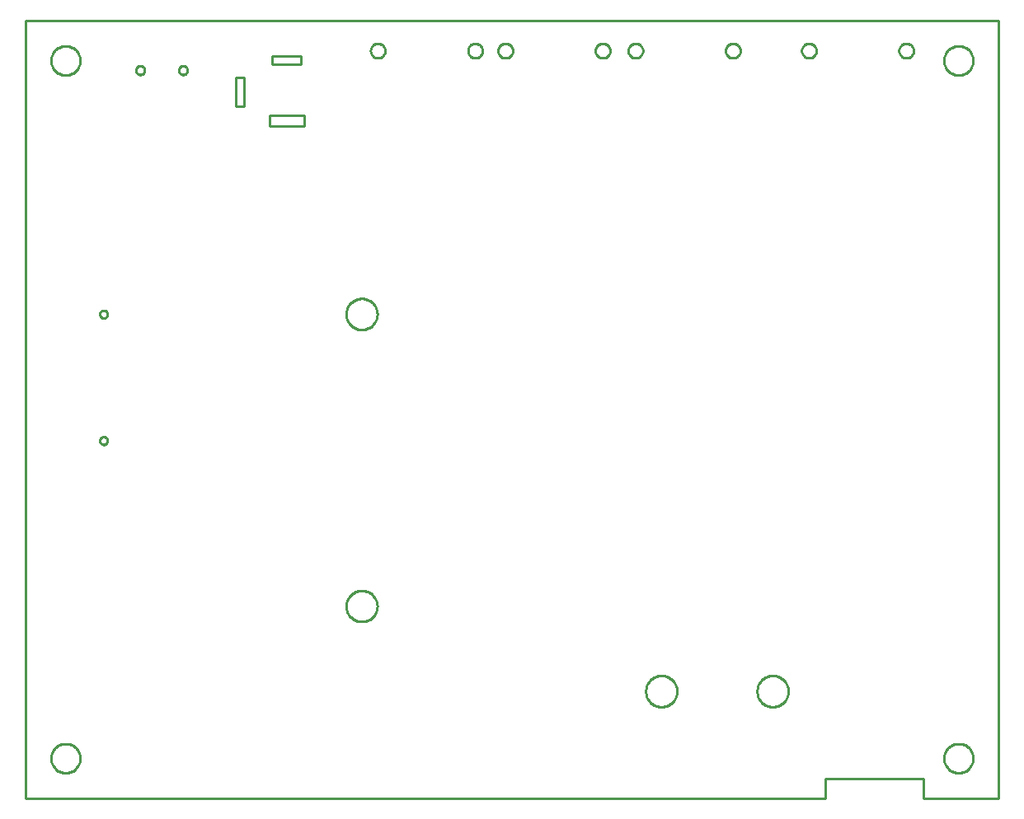
<source format=gbr>
G04 EAGLE Gerber RS-274X export*
G75*
%MOMM*%
%FSLAX34Y34*%
%LPD*%
%IN*%
%IPPOS*%
%AMOC8*
5,1,8,0,0,1.08239X$1,22.5*%
G01*
%ADD10C,0.254000*%


D10*
X0Y66D02*
X821000Y0D01*
X821000Y20000D01*
X922000Y20000D01*
X922000Y66D01*
X999000Y66D01*
X999000Y799066D01*
X0Y799066D01*
X0Y66D01*
X216000Y711000D02*
X224000Y711000D01*
X224000Y741000D01*
X216000Y741000D01*
X216000Y711000D01*
X250250Y690500D02*
X285750Y690500D01*
X285750Y701500D01*
X250250Y701500D01*
X250250Y690500D01*
X253000Y754500D02*
X283000Y754500D01*
X283000Y762500D01*
X253000Y762500D01*
X253000Y754500D01*
X904032Y760666D02*
X903298Y760738D01*
X902575Y760882D01*
X901870Y761096D01*
X901189Y761378D01*
X900540Y761725D01*
X899927Y762135D01*
X899357Y762602D01*
X898836Y763123D01*
X898369Y763693D01*
X897959Y764306D01*
X897612Y764955D01*
X897330Y765636D01*
X897116Y766341D01*
X896972Y767064D01*
X896900Y767798D01*
X896900Y768534D01*
X896972Y769268D01*
X897116Y769991D01*
X897330Y770696D01*
X897612Y771377D01*
X897959Y772026D01*
X898369Y772639D01*
X898836Y773209D01*
X899357Y773730D01*
X899927Y774197D01*
X900540Y774607D01*
X901189Y774954D01*
X901870Y775236D01*
X902575Y775450D01*
X903298Y775594D01*
X904032Y775666D01*
X904768Y775666D01*
X905502Y775594D01*
X906225Y775450D01*
X906930Y775236D01*
X907611Y774954D01*
X908260Y774607D01*
X908873Y774197D01*
X909443Y773730D01*
X909964Y773209D01*
X910431Y772639D01*
X910841Y772026D01*
X911188Y771377D01*
X911470Y770696D01*
X911684Y769991D01*
X911828Y769268D01*
X911900Y768534D01*
X911900Y767798D01*
X911828Y767064D01*
X911684Y766341D01*
X911470Y765636D01*
X911188Y764955D01*
X910841Y764306D01*
X910431Y763693D01*
X909964Y763123D01*
X909443Y762602D01*
X908873Y762135D01*
X908260Y761725D01*
X907611Y761378D01*
X906930Y761096D01*
X906225Y760882D01*
X905502Y760738D01*
X904768Y760666D01*
X904032Y760666D01*
X804032Y760666D02*
X803298Y760738D01*
X802575Y760882D01*
X801870Y761096D01*
X801189Y761378D01*
X800540Y761725D01*
X799927Y762135D01*
X799357Y762602D01*
X798836Y763123D01*
X798369Y763693D01*
X797959Y764306D01*
X797612Y764955D01*
X797330Y765636D01*
X797116Y766341D01*
X796972Y767064D01*
X796900Y767798D01*
X796900Y768534D01*
X796972Y769268D01*
X797116Y769991D01*
X797330Y770696D01*
X797612Y771377D01*
X797959Y772026D01*
X798369Y772639D01*
X798836Y773209D01*
X799357Y773730D01*
X799927Y774197D01*
X800540Y774607D01*
X801189Y774954D01*
X801870Y775236D01*
X802575Y775450D01*
X803298Y775594D01*
X804032Y775666D01*
X804768Y775666D01*
X805502Y775594D01*
X806225Y775450D01*
X806930Y775236D01*
X807611Y774954D01*
X808260Y774607D01*
X808873Y774197D01*
X809443Y773730D01*
X809964Y773209D01*
X810431Y772639D01*
X810841Y772026D01*
X811188Y771377D01*
X811470Y770696D01*
X811684Y769991D01*
X811828Y769268D01*
X811900Y768534D01*
X811900Y767798D01*
X811828Y767064D01*
X811684Y766341D01*
X811470Y765636D01*
X811188Y764955D01*
X810841Y764306D01*
X810431Y763693D01*
X809964Y763123D01*
X809443Y762602D01*
X808873Y762135D01*
X808260Y761725D01*
X807611Y761378D01*
X806930Y761096D01*
X806225Y760882D01*
X805502Y760738D01*
X804768Y760666D01*
X804032Y760666D01*
X725932Y760666D02*
X725198Y760738D01*
X724475Y760882D01*
X723770Y761096D01*
X723089Y761378D01*
X722440Y761725D01*
X721827Y762135D01*
X721257Y762602D01*
X720736Y763123D01*
X720269Y763693D01*
X719859Y764306D01*
X719512Y764955D01*
X719230Y765636D01*
X719016Y766341D01*
X718872Y767064D01*
X718800Y767798D01*
X718800Y768534D01*
X718872Y769268D01*
X719016Y769991D01*
X719230Y770696D01*
X719512Y771377D01*
X719859Y772026D01*
X720269Y772639D01*
X720736Y773209D01*
X721257Y773730D01*
X721827Y774197D01*
X722440Y774607D01*
X723089Y774954D01*
X723770Y775236D01*
X724475Y775450D01*
X725198Y775594D01*
X725932Y775666D01*
X726668Y775666D01*
X727402Y775594D01*
X728125Y775450D01*
X728830Y775236D01*
X729511Y774954D01*
X730160Y774607D01*
X730773Y774197D01*
X731343Y773730D01*
X731864Y773209D01*
X732331Y772639D01*
X732741Y772026D01*
X733088Y771377D01*
X733370Y770696D01*
X733584Y769991D01*
X733728Y769268D01*
X733800Y768534D01*
X733800Y767798D01*
X733728Y767064D01*
X733584Y766341D01*
X733370Y765636D01*
X733088Y764955D01*
X732741Y764306D01*
X732331Y763693D01*
X731864Y763123D01*
X731343Y762602D01*
X730773Y762135D01*
X730160Y761725D01*
X729511Y761378D01*
X728830Y761096D01*
X728125Y760882D01*
X727402Y760738D01*
X726668Y760666D01*
X725932Y760666D01*
X625932Y760666D02*
X625198Y760738D01*
X624475Y760882D01*
X623770Y761096D01*
X623089Y761378D01*
X622440Y761725D01*
X621827Y762135D01*
X621257Y762602D01*
X620736Y763123D01*
X620269Y763693D01*
X619859Y764306D01*
X619512Y764955D01*
X619230Y765636D01*
X619016Y766341D01*
X618872Y767064D01*
X618800Y767798D01*
X618800Y768534D01*
X618872Y769268D01*
X619016Y769991D01*
X619230Y770696D01*
X619512Y771377D01*
X619859Y772026D01*
X620269Y772639D01*
X620736Y773209D01*
X621257Y773730D01*
X621827Y774197D01*
X622440Y774607D01*
X623089Y774954D01*
X623770Y775236D01*
X624475Y775450D01*
X625198Y775594D01*
X625932Y775666D01*
X626668Y775666D01*
X627402Y775594D01*
X628125Y775450D01*
X628830Y775236D01*
X629511Y774954D01*
X630160Y774607D01*
X630773Y774197D01*
X631343Y773730D01*
X631864Y773209D01*
X632331Y772639D01*
X632741Y772026D01*
X633088Y771377D01*
X633370Y770696D01*
X633584Y769991D01*
X633728Y769268D01*
X633800Y768534D01*
X633800Y767798D01*
X633728Y767064D01*
X633584Y766341D01*
X633370Y765636D01*
X633088Y764955D01*
X632741Y764306D01*
X632331Y763693D01*
X631864Y763123D01*
X631343Y762602D01*
X630773Y762135D01*
X630160Y761725D01*
X629511Y761378D01*
X628830Y761096D01*
X628125Y760882D01*
X627402Y760738D01*
X626668Y760666D01*
X625932Y760666D01*
X592282Y760666D02*
X591548Y760738D01*
X590825Y760882D01*
X590120Y761096D01*
X589439Y761378D01*
X588790Y761725D01*
X588177Y762135D01*
X587607Y762602D01*
X587086Y763123D01*
X586619Y763693D01*
X586209Y764306D01*
X585862Y764955D01*
X585580Y765636D01*
X585366Y766341D01*
X585222Y767064D01*
X585150Y767798D01*
X585150Y768534D01*
X585222Y769268D01*
X585366Y769991D01*
X585580Y770696D01*
X585862Y771377D01*
X586209Y772026D01*
X586619Y772639D01*
X587086Y773209D01*
X587607Y773730D01*
X588177Y774197D01*
X588790Y774607D01*
X589439Y774954D01*
X590120Y775236D01*
X590825Y775450D01*
X591548Y775594D01*
X592282Y775666D01*
X593018Y775666D01*
X593752Y775594D01*
X594475Y775450D01*
X595180Y775236D01*
X595861Y774954D01*
X596510Y774607D01*
X597123Y774197D01*
X597693Y773730D01*
X598214Y773209D01*
X598681Y772639D01*
X599091Y772026D01*
X599438Y771377D01*
X599720Y770696D01*
X599934Y769991D01*
X600078Y769268D01*
X600150Y768534D01*
X600150Y767798D01*
X600078Y767064D01*
X599934Y766341D01*
X599720Y765636D01*
X599438Y764955D01*
X599091Y764306D01*
X598681Y763693D01*
X598214Y763123D01*
X597693Y762602D01*
X597123Y762135D01*
X596510Y761725D01*
X595861Y761378D01*
X595180Y761096D01*
X594475Y760882D01*
X593752Y760738D01*
X593018Y760666D01*
X592282Y760666D01*
X492282Y760666D02*
X491548Y760738D01*
X490825Y760882D01*
X490120Y761096D01*
X489439Y761378D01*
X488790Y761725D01*
X488177Y762135D01*
X487607Y762602D01*
X487086Y763123D01*
X486619Y763693D01*
X486209Y764306D01*
X485862Y764955D01*
X485580Y765636D01*
X485366Y766341D01*
X485222Y767064D01*
X485150Y767798D01*
X485150Y768534D01*
X485222Y769268D01*
X485366Y769991D01*
X485580Y770696D01*
X485862Y771377D01*
X486209Y772026D01*
X486619Y772639D01*
X487086Y773209D01*
X487607Y773730D01*
X488177Y774197D01*
X488790Y774607D01*
X489439Y774954D01*
X490120Y775236D01*
X490825Y775450D01*
X491548Y775594D01*
X492282Y775666D01*
X493018Y775666D01*
X493752Y775594D01*
X494475Y775450D01*
X495180Y775236D01*
X495861Y774954D01*
X496510Y774607D01*
X497123Y774197D01*
X497693Y773730D01*
X498214Y773209D01*
X498681Y772639D01*
X499091Y772026D01*
X499438Y771377D01*
X499720Y770696D01*
X499934Y769991D01*
X500078Y769268D01*
X500150Y768534D01*
X500150Y767798D01*
X500078Y767064D01*
X499934Y766341D01*
X499720Y765636D01*
X499438Y764955D01*
X499091Y764306D01*
X498681Y763693D01*
X498214Y763123D01*
X497693Y762602D01*
X497123Y762135D01*
X496510Y761725D01*
X495861Y761378D01*
X495180Y761096D01*
X494475Y760882D01*
X493752Y760738D01*
X493018Y760666D01*
X492282Y760666D01*
X461332Y760666D02*
X460598Y760738D01*
X459875Y760882D01*
X459170Y761096D01*
X458489Y761378D01*
X457840Y761725D01*
X457227Y762135D01*
X456657Y762602D01*
X456136Y763123D01*
X455669Y763693D01*
X455259Y764306D01*
X454912Y764955D01*
X454630Y765636D01*
X454416Y766341D01*
X454272Y767064D01*
X454200Y767798D01*
X454200Y768534D01*
X454272Y769268D01*
X454416Y769991D01*
X454630Y770696D01*
X454912Y771377D01*
X455259Y772026D01*
X455669Y772639D01*
X456136Y773209D01*
X456657Y773730D01*
X457227Y774197D01*
X457840Y774607D01*
X458489Y774954D01*
X459170Y775236D01*
X459875Y775450D01*
X460598Y775594D01*
X461332Y775666D01*
X462068Y775666D01*
X462802Y775594D01*
X463525Y775450D01*
X464230Y775236D01*
X464911Y774954D01*
X465560Y774607D01*
X466173Y774197D01*
X466743Y773730D01*
X467264Y773209D01*
X467731Y772639D01*
X468141Y772026D01*
X468488Y771377D01*
X468770Y770696D01*
X468984Y769991D01*
X469128Y769268D01*
X469200Y768534D01*
X469200Y767798D01*
X469128Y767064D01*
X468984Y766341D01*
X468770Y765636D01*
X468488Y764955D01*
X468141Y764306D01*
X467731Y763693D01*
X467264Y763123D01*
X466743Y762602D01*
X466173Y762135D01*
X465560Y761725D01*
X464911Y761378D01*
X464230Y761096D01*
X463525Y760882D01*
X462802Y760738D01*
X462068Y760666D01*
X461332Y760666D01*
X361332Y760666D02*
X360598Y760738D01*
X359875Y760882D01*
X359170Y761096D01*
X358489Y761378D01*
X357840Y761725D01*
X357227Y762135D01*
X356657Y762602D01*
X356136Y763123D01*
X355669Y763693D01*
X355259Y764306D01*
X354912Y764955D01*
X354630Y765636D01*
X354416Y766341D01*
X354272Y767064D01*
X354200Y767798D01*
X354200Y768534D01*
X354272Y769268D01*
X354416Y769991D01*
X354630Y770696D01*
X354912Y771377D01*
X355259Y772026D01*
X355669Y772639D01*
X356136Y773209D01*
X356657Y773730D01*
X357227Y774197D01*
X357840Y774607D01*
X358489Y774954D01*
X359170Y775236D01*
X359875Y775450D01*
X360598Y775594D01*
X361332Y775666D01*
X362068Y775666D01*
X362802Y775594D01*
X363525Y775450D01*
X364230Y775236D01*
X364911Y774954D01*
X365560Y774607D01*
X366173Y774197D01*
X366743Y773730D01*
X367264Y773209D01*
X367731Y772639D01*
X368141Y772026D01*
X368488Y771377D01*
X368770Y770696D01*
X368984Y769991D01*
X369128Y769268D01*
X369200Y768534D01*
X369200Y767798D01*
X369128Y767064D01*
X368984Y766341D01*
X368770Y765636D01*
X368488Y764955D01*
X368141Y764306D01*
X367731Y763693D01*
X367264Y763123D01*
X366743Y762602D01*
X366173Y762135D01*
X365560Y761725D01*
X364911Y761378D01*
X364230Y761096D01*
X363525Y760882D01*
X362802Y760738D01*
X362068Y760666D01*
X361332Y760666D01*
X76100Y497728D02*
X76168Y498248D01*
X76304Y498755D01*
X76505Y499239D01*
X76767Y499693D01*
X77086Y500109D01*
X77457Y500480D01*
X77873Y500799D01*
X78327Y501061D01*
X78811Y501262D01*
X79318Y501398D01*
X79838Y501466D01*
X80362Y501466D01*
X80882Y501398D01*
X81389Y501262D01*
X81873Y501061D01*
X82327Y500799D01*
X82743Y500480D01*
X83114Y500109D01*
X83433Y499693D01*
X83695Y499239D01*
X83896Y498755D01*
X84032Y498248D01*
X84100Y497728D01*
X84100Y497204D01*
X84032Y496684D01*
X83896Y496177D01*
X83695Y495693D01*
X83433Y495239D01*
X83114Y494823D01*
X82743Y494452D01*
X82327Y494133D01*
X81873Y493871D01*
X81389Y493670D01*
X80882Y493534D01*
X80362Y493466D01*
X79838Y493466D01*
X79318Y493534D01*
X78811Y493670D01*
X78327Y493871D01*
X77873Y494133D01*
X77457Y494452D01*
X77086Y494823D01*
X76767Y495239D01*
X76505Y495693D01*
X76304Y496177D01*
X76168Y496684D01*
X76100Y497204D01*
X76100Y497728D01*
X76100Y367728D02*
X76168Y368248D01*
X76304Y368755D01*
X76505Y369239D01*
X76767Y369693D01*
X77086Y370109D01*
X77457Y370480D01*
X77873Y370799D01*
X78327Y371061D01*
X78811Y371262D01*
X79318Y371398D01*
X79838Y371466D01*
X80362Y371466D01*
X80882Y371398D01*
X81389Y371262D01*
X81873Y371061D01*
X82327Y370799D01*
X82743Y370480D01*
X83114Y370109D01*
X83433Y369693D01*
X83695Y369239D01*
X83896Y368755D01*
X84032Y368248D01*
X84100Y367728D01*
X84100Y367204D01*
X84032Y366684D01*
X83896Y366177D01*
X83695Y365693D01*
X83433Y365239D01*
X83114Y364823D01*
X82743Y364452D01*
X82327Y364133D01*
X81873Y363871D01*
X81389Y363670D01*
X80882Y363534D01*
X80362Y363466D01*
X79838Y363466D01*
X79318Y363534D01*
X78811Y363670D01*
X78327Y363871D01*
X77873Y364133D01*
X77457Y364452D01*
X77086Y364823D01*
X76767Y365239D01*
X76505Y365693D01*
X76304Y366177D01*
X76168Y366684D01*
X76100Y367204D01*
X76100Y367728D01*
X329100Y197990D02*
X329169Y199035D01*
X329305Y200074D01*
X329510Y201101D01*
X329781Y202113D01*
X330117Y203105D01*
X330518Y204073D01*
X330982Y205012D01*
X331506Y205920D01*
X332088Y206791D01*
X332725Y207622D01*
X333416Y208409D01*
X334157Y209150D01*
X334944Y209841D01*
X335775Y210479D01*
X336646Y211061D01*
X337554Y211584D01*
X338493Y212048D01*
X339461Y212449D01*
X340453Y212785D01*
X341465Y213056D01*
X342492Y213261D01*
X343531Y213398D01*
X344576Y213466D01*
X345624Y213466D01*
X346669Y213398D01*
X347708Y213261D01*
X348735Y213056D01*
X349747Y212785D01*
X350739Y212449D01*
X351707Y212048D01*
X352646Y211584D01*
X353554Y211061D01*
X354425Y210479D01*
X355256Y209841D01*
X356043Y209150D01*
X356784Y208409D01*
X357475Y207622D01*
X358113Y206791D01*
X358695Y205920D01*
X359218Y205012D01*
X359682Y204073D01*
X360083Y203105D01*
X360419Y202113D01*
X360690Y201101D01*
X360895Y200074D01*
X361032Y199035D01*
X361100Y197990D01*
X361100Y196942D01*
X361032Y195897D01*
X360895Y194858D01*
X360690Y193831D01*
X360419Y192819D01*
X360083Y191827D01*
X359682Y190859D01*
X359218Y189920D01*
X358695Y189012D01*
X358113Y188141D01*
X357475Y187310D01*
X356784Y186523D01*
X356043Y185782D01*
X355256Y185091D01*
X354425Y184454D01*
X353554Y183872D01*
X352646Y183348D01*
X351707Y182884D01*
X350739Y182483D01*
X349747Y182147D01*
X348735Y181876D01*
X347708Y181671D01*
X346669Y181535D01*
X345624Y181466D01*
X344576Y181466D01*
X343531Y181535D01*
X342492Y181671D01*
X341465Y181876D01*
X340453Y182147D01*
X339461Y182483D01*
X338493Y182884D01*
X337554Y183348D01*
X336646Y183872D01*
X335775Y184454D01*
X334944Y185091D01*
X334157Y185782D01*
X333416Y186523D01*
X332725Y187310D01*
X332088Y188141D01*
X331506Y189012D01*
X330982Y189920D01*
X330518Y190859D01*
X330117Y191827D01*
X329781Y192819D01*
X329510Y193831D01*
X329305Y194858D01*
X329169Y195897D01*
X329100Y196942D01*
X329100Y197990D01*
X329100Y497990D02*
X329169Y499035D01*
X329305Y500074D01*
X329510Y501101D01*
X329781Y502113D01*
X330117Y503105D01*
X330518Y504073D01*
X330982Y505012D01*
X331506Y505920D01*
X332088Y506791D01*
X332725Y507622D01*
X333416Y508409D01*
X334157Y509150D01*
X334944Y509841D01*
X335775Y510479D01*
X336646Y511061D01*
X337554Y511584D01*
X338493Y512048D01*
X339461Y512449D01*
X340453Y512785D01*
X341465Y513056D01*
X342492Y513261D01*
X343531Y513398D01*
X344576Y513466D01*
X345624Y513466D01*
X346669Y513398D01*
X347708Y513261D01*
X348735Y513056D01*
X349747Y512785D01*
X350739Y512449D01*
X351707Y512048D01*
X352646Y511584D01*
X353554Y511061D01*
X354425Y510479D01*
X355256Y509841D01*
X356043Y509150D01*
X356784Y508409D01*
X357475Y507622D01*
X358113Y506791D01*
X358695Y505920D01*
X359218Y505012D01*
X359682Y504073D01*
X360083Y503105D01*
X360419Y502113D01*
X360690Y501101D01*
X360895Y500074D01*
X361032Y499035D01*
X361100Y497990D01*
X361100Y496942D01*
X361032Y495897D01*
X360895Y494858D01*
X360690Y493831D01*
X360419Y492819D01*
X360083Y491827D01*
X359682Y490859D01*
X359218Y489920D01*
X358695Y489012D01*
X358113Y488141D01*
X357475Y487310D01*
X356784Y486523D01*
X356043Y485782D01*
X355256Y485091D01*
X354425Y484454D01*
X353554Y483872D01*
X352646Y483348D01*
X351707Y482884D01*
X350739Y482483D01*
X349747Y482147D01*
X348735Y481876D01*
X347708Y481671D01*
X346669Y481535D01*
X345624Y481466D01*
X344576Y481466D01*
X343531Y481535D01*
X342492Y481671D01*
X341465Y481876D01*
X340453Y482147D01*
X339461Y482483D01*
X338493Y482884D01*
X337554Y483348D01*
X336646Y483872D01*
X335775Y484454D01*
X334944Y485091D01*
X334157Y485782D01*
X333416Y486523D01*
X332725Y487310D01*
X332088Y488141D01*
X331506Y489012D01*
X330982Y489920D01*
X330518Y490859D01*
X330117Y491827D01*
X329781Y492819D01*
X329510Y493831D01*
X329305Y494858D01*
X329169Y495897D01*
X329100Y496942D01*
X329100Y497990D01*
X56000Y757530D02*
X55924Y756462D01*
X55771Y755401D01*
X55543Y754354D01*
X55241Y753326D01*
X54867Y752322D01*
X54422Y751347D01*
X53908Y750407D01*
X53329Y749506D01*
X52687Y748648D01*
X51985Y747838D01*
X51228Y747081D01*
X50418Y746379D01*
X49560Y745737D01*
X48659Y745158D01*
X47719Y744644D01*
X46744Y744199D01*
X45740Y743825D01*
X44712Y743523D01*
X43665Y743295D01*
X42604Y743142D01*
X41536Y743066D01*
X40464Y743066D01*
X39396Y743142D01*
X38335Y743295D01*
X37288Y743523D01*
X36260Y743825D01*
X35256Y744199D01*
X34281Y744644D01*
X33341Y745158D01*
X32440Y745737D01*
X31582Y746379D01*
X30772Y747081D01*
X30015Y747838D01*
X29313Y748648D01*
X28671Y749506D01*
X28092Y750407D01*
X27578Y751347D01*
X27133Y752322D01*
X26759Y753326D01*
X26457Y754354D01*
X26229Y755401D01*
X26076Y756462D01*
X26000Y757530D01*
X26000Y758602D01*
X26076Y759670D01*
X26229Y760731D01*
X26457Y761778D01*
X26759Y762806D01*
X27133Y763810D01*
X27578Y764785D01*
X28092Y765725D01*
X28671Y766626D01*
X29313Y767484D01*
X30015Y768294D01*
X30772Y769051D01*
X31582Y769753D01*
X32440Y770395D01*
X33341Y770974D01*
X34281Y771488D01*
X35256Y771933D01*
X36260Y772307D01*
X37288Y772609D01*
X38335Y772837D01*
X39396Y772990D01*
X40464Y773066D01*
X41536Y773066D01*
X42604Y772990D01*
X43665Y772837D01*
X44712Y772609D01*
X45740Y772307D01*
X46744Y771933D01*
X47719Y771488D01*
X48659Y770974D01*
X49560Y770395D01*
X50418Y769753D01*
X51228Y769051D01*
X51985Y768294D01*
X52687Y767484D01*
X53329Y766626D01*
X53908Y765725D01*
X54422Y764785D01*
X54867Y763810D01*
X55241Y762806D01*
X55543Y761778D01*
X55771Y760731D01*
X55924Y759670D01*
X56000Y758602D01*
X56000Y757530D01*
X973000Y757530D02*
X972924Y756462D01*
X972771Y755401D01*
X972543Y754354D01*
X972241Y753326D01*
X971867Y752322D01*
X971422Y751347D01*
X970908Y750407D01*
X970329Y749506D01*
X969687Y748648D01*
X968985Y747838D01*
X968228Y747081D01*
X967418Y746379D01*
X966560Y745737D01*
X965659Y745158D01*
X964719Y744644D01*
X963744Y744199D01*
X962740Y743825D01*
X961712Y743523D01*
X960665Y743295D01*
X959604Y743142D01*
X958536Y743066D01*
X957464Y743066D01*
X956396Y743142D01*
X955335Y743295D01*
X954288Y743523D01*
X953260Y743825D01*
X952256Y744199D01*
X951281Y744644D01*
X950341Y745158D01*
X949440Y745737D01*
X948582Y746379D01*
X947772Y747081D01*
X947015Y747838D01*
X946313Y748648D01*
X945671Y749506D01*
X945092Y750407D01*
X944578Y751347D01*
X944133Y752322D01*
X943759Y753326D01*
X943457Y754354D01*
X943229Y755401D01*
X943076Y756462D01*
X943000Y757530D01*
X943000Y758602D01*
X943076Y759670D01*
X943229Y760731D01*
X943457Y761778D01*
X943759Y762806D01*
X944133Y763810D01*
X944578Y764785D01*
X945092Y765725D01*
X945671Y766626D01*
X946313Y767484D01*
X947015Y768294D01*
X947772Y769051D01*
X948582Y769753D01*
X949440Y770395D01*
X950341Y770974D01*
X951281Y771488D01*
X952256Y771933D01*
X953260Y772307D01*
X954288Y772609D01*
X955335Y772837D01*
X956396Y772990D01*
X957464Y773066D01*
X958536Y773066D01*
X959604Y772990D01*
X960665Y772837D01*
X961712Y772609D01*
X962740Y772307D01*
X963744Y771933D01*
X964719Y771488D01*
X965659Y770974D01*
X966560Y770395D01*
X967418Y769753D01*
X968228Y769051D01*
X968985Y768294D01*
X969687Y767484D01*
X970329Y766626D01*
X970908Y765725D01*
X971422Y764785D01*
X971867Y763810D01*
X972241Y762806D01*
X972543Y761778D01*
X972771Y760731D01*
X972924Y759670D01*
X973000Y758602D01*
X973000Y757530D01*
X56000Y40530D02*
X55924Y39462D01*
X55771Y38401D01*
X55543Y37354D01*
X55241Y36326D01*
X54867Y35322D01*
X54422Y34347D01*
X53908Y33407D01*
X53329Y32506D01*
X52687Y31648D01*
X51985Y30838D01*
X51228Y30081D01*
X50418Y29379D01*
X49560Y28737D01*
X48659Y28158D01*
X47719Y27644D01*
X46744Y27199D01*
X45740Y26825D01*
X44712Y26523D01*
X43665Y26295D01*
X42604Y26142D01*
X41536Y26066D01*
X40464Y26066D01*
X39396Y26142D01*
X38335Y26295D01*
X37288Y26523D01*
X36260Y26825D01*
X35256Y27199D01*
X34281Y27644D01*
X33341Y28158D01*
X32440Y28737D01*
X31582Y29379D01*
X30772Y30081D01*
X30015Y30838D01*
X29313Y31648D01*
X28671Y32506D01*
X28092Y33407D01*
X27578Y34347D01*
X27133Y35322D01*
X26759Y36326D01*
X26457Y37354D01*
X26229Y38401D01*
X26076Y39462D01*
X26000Y40530D01*
X26000Y41602D01*
X26076Y42670D01*
X26229Y43731D01*
X26457Y44778D01*
X26759Y45806D01*
X27133Y46810D01*
X27578Y47785D01*
X28092Y48725D01*
X28671Y49626D01*
X29313Y50484D01*
X30015Y51294D01*
X30772Y52051D01*
X31582Y52753D01*
X32440Y53395D01*
X33341Y53974D01*
X34281Y54488D01*
X35256Y54933D01*
X36260Y55307D01*
X37288Y55609D01*
X38335Y55837D01*
X39396Y55990D01*
X40464Y56066D01*
X41536Y56066D01*
X42604Y55990D01*
X43665Y55837D01*
X44712Y55609D01*
X45740Y55307D01*
X46744Y54933D01*
X47719Y54488D01*
X48659Y53974D01*
X49560Y53395D01*
X50418Y52753D01*
X51228Y52051D01*
X51985Y51294D01*
X52687Y50484D01*
X53329Y49626D01*
X53908Y48725D01*
X54422Y47785D01*
X54867Y46810D01*
X55241Y45806D01*
X55543Y44778D01*
X55771Y43731D01*
X55924Y42670D01*
X56000Y41602D01*
X56000Y40530D01*
X973000Y40530D02*
X972924Y39462D01*
X972771Y38401D01*
X972543Y37354D01*
X972241Y36326D01*
X971867Y35322D01*
X971422Y34347D01*
X970908Y33407D01*
X970329Y32506D01*
X969687Y31648D01*
X968985Y30838D01*
X968228Y30081D01*
X967418Y29379D01*
X966560Y28737D01*
X965659Y28158D01*
X964719Y27644D01*
X963744Y27199D01*
X962740Y26825D01*
X961712Y26523D01*
X960665Y26295D01*
X959604Y26142D01*
X958536Y26066D01*
X957464Y26066D01*
X956396Y26142D01*
X955335Y26295D01*
X954288Y26523D01*
X953260Y26825D01*
X952256Y27199D01*
X951281Y27644D01*
X950341Y28158D01*
X949440Y28737D01*
X948582Y29379D01*
X947772Y30081D01*
X947015Y30838D01*
X946313Y31648D01*
X945671Y32506D01*
X945092Y33407D01*
X944578Y34347D01*
X944133Y35322D01*
X943759Y36326D01*
X943457Y37354D01*
X943229Y38401D01*
X943076Y39462D01*
X943000Y40530D01*
X943000Y41602D01*
X943076Y42670D01*
X943229Y43731D01*
X943457Y44778D01*
X943759Y45806D01*
X944133Y46810D01*
X944578Y47785D01*
X945092Y48725D01*
X945671Y49626D01*
X946313Y50484D01*
X947015Y51294D01*
X947772Y52051D01*
X948582Y52753D01*
X949440Y53395D01*
X950341Y53974D01*
X951281Y54488D01*
X952256Y54933D01*
X953260Y55307D01*
X954288Y55609D01*
X955335Y55837D01*
X956396Y55990D01*
X957464Y56066D01*
X958536Y56066D01*
X959604Y55990D01*
X960665Y55837D01*
X961712Y55609D01*
X962740Y55307D01*
X963744Y54933D01*
X964719Y54488D01*
X965659Y53974D01*
X966560Y53395D01*
X967418Y52753D01*
X968228Y52051D01*
X968985Y51294D01*
X969687Y50484D01*
X970329Y49626D01*
X970908Y48725D01*
X971422Y47785D01*
X971867Y46810D01*
X972241Y45806D01*
X972543Y44778D01*
X972771Y43731D01*
X972924Y42670D01*
X973000Y41602D01*
X973000Y40530D01*
X161405Y743600D02*
X160820Y743677D01*
X160250Y743830D01*
X159705Y744055D01*
X159195Y744350D01*
X158727Y744709D01*
X158309Y745127D01*
X157950Y745595D01*
X157655Y746105D01*
X157430Y746650D01*
X157277Y747220D01*
X157200Y747805D01*
X157200Y748395D01*
X157277Y748980D01*
X157430Y749550D01*
X157655Y750095D01*
X157950Y750605D01*
X158309Y751073D01*
X158727Y751491D01*
X159195Y751850D01*
X159705Y752145D01*
X160250Y752370D01*
X160820Y752523D01*
X161405Y752600D01*
X161995Y752600D01*
X162580Y752523D01*
X163150Y752370D01*
X163695Y752145D01*
X164205Y751850D01*
X164673Y751491D01*
X165091Y751073D01*
X165450Y750605D01*
X165745Y750095D01*
X165970Y749550D01*
X166123Y748980D01*
X166200Y748395D01*
X166200Y747805D01*
X166123Y747220D01*
X165970Y746650D01*
X165745Y746105D01*
X165450Y745595D01*
X165091Y745127D01*
X164673Y744709D01*
X164205Y744350D01*
X163695Y744055D01*
X163150Y743830D01*
X162580Y743677D01*
X161995Y743600D01*
X161405Y743600D01*
X117405Y743600D02*
X116820Y743677D01*
X116250Y743830D01*
X115705Y744055D01*
X115195Y744350D01*
X114727Y744709D01*
X114309Y745127D01*
X113950Y745595D01*
X113655Y746105D01*
X113430Y746650D01*
X113277Y747220D01*
X113200Y747805D01*
X113200Y748395D01*
X113277Y748980D01*
X113430Y749550D01*
X113655Y750095D01*
X113950Y750605D01*
X114309Y751073D01*
X114727Y751491D01*
X115195Y751850D01*
X115705Y752145D01*
X116250Y752370D01*
X116820Y752523D01*
X117405Y752600D01*
X117995Y752600D01*
X118580Y752523D01*
X119150Y752370D01*
X119695Y752145D01*
X120205Y751850D01*
X120673Y751491D01*
X121091Y751073D01*
X121450Y750605D01*
X121745Y750095D01*
X121970Y749550D01*
X122123Y748980D01*
X122200Y748395D01*
X122200Y747805D01*
X122123Y747220D01*
X121970Y746650D01*
X121745Y746105D01*
X121450Y745595D01*
X121091Y745127D01*
X120673Y744709D01*
X120205Y744350D01*
X119695Y744055D01*
X119150Y743830D01*
X118580Y743677D01*
X117995Y743600D01*
X117405Y743600D01*
X668850Y109476D02*
X668782Y108431D01*
X668645Y107392D01*
X668440Y106365D01*
X668169Y105353D01*
X667833Y104361D01*
X667432Y103393D01*
X666968Y102454D01*
X666445Y101546D01*
X665863Y100675D01*
X665225Y99844D01*
X664534Y99057D01*
X663793Y98316D01*
X663006Y97625D01*
X662175Y96988D01*
X661304Y96406D01*
X660396Y95882D01*
X659457Y95418D01*
X658489Y95017D01*
X657497Y94681D01*
X656485Y94410D01*
X655458Y94205D01*
X654419Y94069D01*
X653374Y94000D01*
X652326Y94000D01*
X651281Y94069D01*
X650242Y94205D01*
X649215Y94410D01*
X648203Y94681D01*
X647211Y95017D01*
X646243Y95418D01*
X645304Y95882D01*
X644396Y96406D01*
X643525Y96988D01*
X642694Y97625D01*
X641907Y98316D01*
X641166Y99057D01*
X640475Y99844D01*
X639838Y100675D01*
X639256Y101546D01*
X638732Y102454D01*
X638268Y103393D01*
X637867Y104361D01*
X637531Y105353D01*
X637260Y106365D01*
X637055Y107392D01*
X636919Y108431D01*
X636850Y109476D01*
X636850Y110524D01*
X636919Y111569D01*
X637055Y112608D01*
X637260Y113635D01*
X637531Y114647D01*
X637867Y115639D01*
X638268Y116607D01*
X638732Y117546D01*
X639256Y118454D01*
X639838Y119325D01*
X640475Y120156D01*
X641166Y120943D01*
X641907Y121684D01*
X642694Y122375D01*
X643525Y123013D01*
X644396Y123595D01*
X645304Y124118D01*
X646243Y124582D01*
X647211Y124983D01*
X648203Y125319D01*
X649215Y125590D01*
X650242Y125795D01*
X651281Y125932D01*
X652326Y126000D01*
X653374Y126000D01*
X654419Y125932D01*
X655458Y125795D01*
X656485Y125590D01*
X657497Y125319D01*
X658489Y124983D01*
X659457Y124582D01*
X660396Y124118D01*
X661304Y123595D01*
X662175Y123013D01*
X663006Y122375D01*
X663793Y121684D01*
X664534Y120943D01*
X665225Y120156D01*
X665863Y119325D01*
X666445Y118454D01*
X666968Y117546D01*
X667432Y116607D01*
X667833Y115639D01*
X668169Y114647D01*
X668440Y113635D01*
X668645Y112608D01*
X668782Y111569D01*
X668850Y110524D01*
X668850Y109476D01*
X783150Y109476D02*
X783082Y108431D01*
X782945Y107392D01*
X782740Y106365D01*
X782469Y105353D01*
X782133Y104361D01*
X781732Y103393D01*
X781268Y102454D01*
X780745Y101546D01*
X780163Y100675D01*
X779525Y99844D01*
X778834Y99057D01*
X778093Y98316D01*
X777306Y97625D01*
X776475Y96988D01*
X775604Y96406D01*
X774696Y95882D01*
X773757Y95418D01*
X772789Y95017D01*
X771797Y94681D01*
X770785Y94410D01*
X769758Y94205D01*
X768719Y94069D01*
X767674Y94000D01*
X766626Y94000D01*
X765581Y94069D01*
X764542Y94205D01*
X763515Y94410D01*
X762503Y94681D01*
X761511Y95017D01*
X760543Y95418D01*
X759604Y95882D01*
X758696Y96406D01*
X757825Y96988D01*
X756994Y97625D01*
X756207Y98316D01*
X755466Y99057D01*
X754775Y99844D01*
X754138Y100675D01*
X753556Y101546D01*
X753032Y102454D01*
X752568Y103393D01*
X752167Y104361D01*
X751831Y105353D01*
X751560Y106365D01*
X751355Y107392D01*
X751219Y108431D01*
X751150Y109476D01*
X751150Y110524D01*
X751219Y111569D01*
X751355Y112608D01*
X751560Y113635D01*
X751831Y114647D01*
X752167Y115639D01*
X752568Y116607D01*
X753032Y117546D01*
X753556Y118454D01*
X754138Y119325D01*
X754775Y120156D01*
X755466Y120943D01*
X756207Y121684D01*
X756994Y122375D01*
X757825Y123013D01*
X758696Y123595D01*
X759604Y124118D01*
X760543Y124582D01*
X761511Y124983D01*
X762503Y125319D01*
X763515Y125590D01*
X764542Y125795D01*
X765581Y125932D01*
X766626Y126000D01*
X767674Y126000D01*
X768719Y125932D01*
X769758Y125795D01*
X770785Y125590D01*
X771797Y125319D01*
X772789Y124983D01*
X773757Y124582D01*
X774696Y124118D01*
X775604Y123595D01*
X776475Y123013D01*
X777306Y122375D01*
X778093Y121684D01*
X778834Y120943D01*
X779525Y120156D01*
X780163Y119325D01*
X780745Y118454D01*
X781268Y117546D01*
X781732Y116607D01*
X782133Y115639D01*
X782469Y114647D01*
X782740Y113635D01*
X782945Y112608D01*
X783082Y111569D01*
X783150Y110524D01*
X783150Y109476D01*
M02*

</source>
